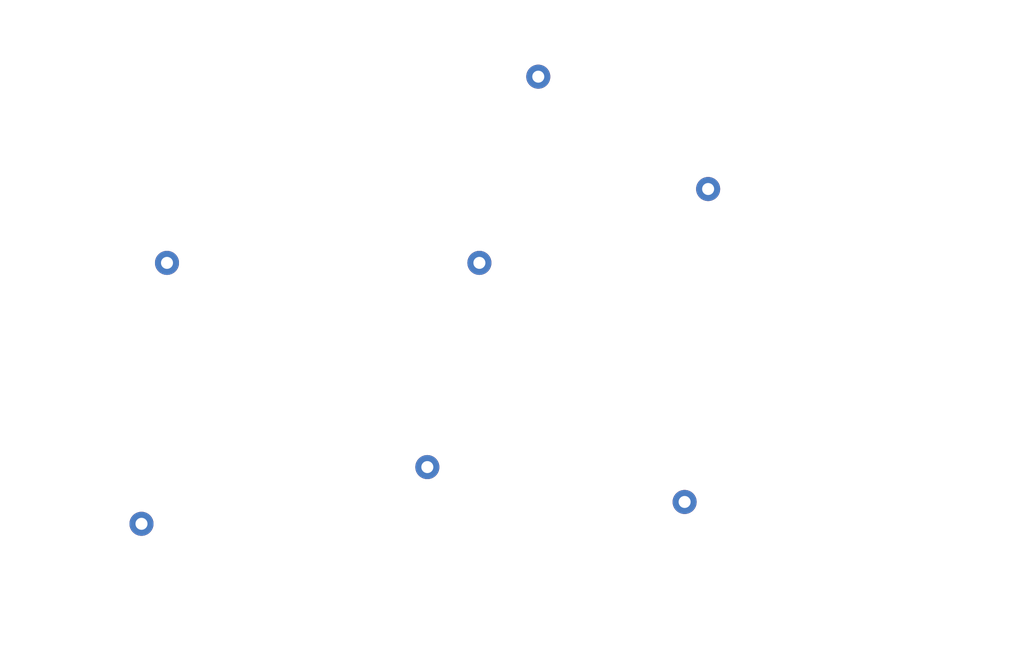
<source format=kicad_pcb>
(kicad_pcb (version 20171130) (host pcbnew "(5.1.2-1)-1")

  (general
    (thickness 1.6)
    (drawings 127)
    (tracks 0)
    (zones 0)
    (modules 49)
    (nets 1)
  )

  (page A4)
  (layers
    (0 F.Cu signal)
    (31 B.Cu signal)
    (32 B.Adhes user)
    (33 F.Adhes user)
    (34 B.Paste user)
    (35 F.Paste user)
    (36 B.SilkS user)
    (37 F.SilkS user)
    (38 B.Mask user)
    (39 F.Mask user)
    (40 Dwgs.User user)
    (41 Cmts.User user)
    (42 Eco1.User user)
    (43 Eco2.User user)
    (44 Edge.Cuts user)
    (45 Margin user)
    (46 B.CrtYd user)
    (47 F.CrtYd user)
    (48 B.Fab user)
    (49 F.Fab user)
  )

  (setup
    (last_trace_width 0.25)
    (user_trace_width 0.25)
    (user_trace_width 0.5)
    (trace_clearance 0.2)
    (zone_clearance 0.508)
    (zone_45_only no)
    (trace_min 0.2)
    (via_size 0.6)
    (via_drill 0.4)
    (via_min_size 0.4)
    (via_min_drill 0.3)
    (uvia_size 0.3)
    (uvia_drill 0.1)
    (uvias_allowed no)
    (uvia_min_size 0.2)
    (uvia_min_drill 0.1)
    (edge_width 0.05)
    (segment_width 0.2)
    (pcb_text_width 0.3)
    (pcb_text_size 1.5 1.5)
    (mod_edge_width 0.12)
    (mod_text_size 1 1)
    (mod_text_width 0.15)
    (pad_size 4.4 4.4)
    (pad_drill 2.2)
    (pad_to_mask_clearance 0.2)
    (aux_axis_origin 0 0)
    (grid_origin 88.268298 47.090493)
    (visible_elements FFFFFFFF)
    (pcbplotparams
      (layerselection 0x00400_7ffffffe)
      (usegerberextensions false)
      (usegerberattributes false)
      (usegerberadvancedattributes false)
      (creategerberjobfile false)
      (excludeedgelayer true)
      (linewidth 0.100000)
      (plotframeref false)
      (viasonmask false)
      (mode 1)
      (useauxorigin false)
      (hpglpennumber 1)
      (hpglpenspeed 20)
      (hpglpendiameter 15.000000)
      (psnegative false)
      (psa4output false)
      (plotreference true)
      (plotvalue true)
      (plotinvisibletext false)
      (padsonsilk false)
      (subtractmaskfromsilk false)
      (outputformat 3)
      (mirror false)
      (drillshape 0)
      (scaleselection 1)
      (outputdirectory "./"))
  )

  (net 0 "")

  (net_class Default "これはデフォルトのネット クラスです。"
    (clearance 0.2)
    (trace_width 0.25)
    (via_dia 0.6)
    (via_drill 0.4)
    (uvia_dia 0.3)
    (uvia_drill 0.1)
  )

  (net_class GND/VCC ""
    (clearance 0.2)
    (trace_width 0.5)
    (via_dia 0.6)
    (via_drill 0.4)
    (uvia_dia 0.3)
    (uvia_drill 0.1)
  )

  (module angelina72:M5_Hole_Plate_Left (layer F.Cu) (tedit 5D4B513B) (tstamp 5D4BD14A)
    (at 67.527567 143.719241 30)
    (fp_text reference REF** (at 0 0.5 30) (layer F.Fab)
      (effects (font (size 1 1) (thickness 0.15)))
    )
    (fp_text value M5_Hole_Plate_Left (at 0 -0.5 30) (layer F.Fab)
      (effects (font (size 1 1) (thickness 0.15)))
    )
    (fp_circle (center 0 0) (end 2.6 0) (layer Eco1.User) (width 0.12))
  )

  (module angelina72:M5_Hole_Plate_Right (layer F.Cu) (tedit 5D4B5146) (tstamp 5D4BD12D)
    (at 67.527567 143.719241 30)
    (fp_text reference REF** (at 0 0.5 30) (layer F.Fab)
      (effects (font (size 1 1) (thickness 0.15)))
    )
    (fp_text value M5_Hole_Plate_Right (at 0 -0.5 30) (layer F.Fab)
      (effects (font (size 1 1) (thickness 0.15)))
    )
    (fp_circle (center 0 0) (end 2.6 0) (layer Eco2.User) (width 0.12))
  )

  (module angelina72:M5_Hole_Plate_Right (layer F.Cu) (tedit 5D4B5146) (tstamp 5D4BBC26)
    (at 88.268298 32.565493)
    (fp_text reference REF** (at 0 0.5) (layer F.Fab)
      (effects (font (size 1 1) (thickness 0.15)))
    )
    (fp_text value M5_Hole_Plate_Right (at 0 -0.5) (layer F.Fab)
      (effects (font (size 1 1) (thickness 0.15)))
    )
    (fp_circle (center 0 0) (end 2.6 0) (layer Eco2.User) (width 0.12))
  )

  (module angelina72:M5_Hole_Plate_Left (layer F.Cu) (tedit 5D4B513B) (tstamp 5D4BBC09)
    (at 88.268298 32.565493)
    (fp_text reference REF** (at 0 0.5) (layer F.Fab)
      (effects (font (size 1 1) (thickness 0.15)))
    )
    (fp_text value M5_Hole_Plate_Left (at 0 -0.5) (layer F.Fab)
      (effects (font (size 1 1) (thickness 0.15)))
    )
    (fp_circle (center 0 0) (end 2.6 0) (layer Eco1.User) (width 0.12))
  )

  (module angelina72:M5_Hole_Plate_Left (layer F.Cu) (tedit 5D4B513B) (tstamp 5D4BB8D1)
    (at 218.34889 57.244226 350)
    (fp_text reference REF** (at 0 0.5 170) (layer F.Fab)
      (effects (font (size 1 1) (thickness 0.15)))
    )
    (fp_text value M5_Hole_Plate_Left (at 0 -0.5 170) (layer F.Fab)
      (effects (font (size 1 1) (thickness 0.15)))
    )
    (fp_circle (center 0 0) (end 2.6 0) (layer Eco1.User) (width 0.12))
  )

  (module angelina72:M5_Hole_Plate_Right (layer F.Cu) (tedit 5D4B5146) (tstamp 5D4BB629)
    (at 237.109477 60.552224 350)
    (fp_text reference REF** (at 0 0.5 170) (layer F.Fab)
      (effects (font (size 1 1) (thickness 0.15)))
    )
    (fp_text value M5_Hole_Plate_Right (at 0 -0.5 170) (layer F.Fab)
      (effects (font (size 1 1) (thickness 0.15)))
    )
    (fp_circle (center 0 0) (end 2.6 0) (layer Eco2.User) (width 0.12))
  )

  (module angelina72:Hole_MX_Plate_Both (layer F.Cu) (tedit 5D4B4BB2) (tstamp 5D4BB3B3)
    (at 172.051978 126.456339 350)
    (fp_text reference REF** (at 0 0.5 170) (layer F.Fab)
      (effects (font (size 1 1) (thickness 0.15)))
    )
    (fp_text value Hole_MX_Plate_Both (at 0 -0.5 170) (layer F.Fab)
      (effects (font (size 1 1) (thickness 0.15)))
    )
    (fp_line (start -7.14375 -7.14375) (end 7.14375 -7.14375) (layer Eco1.User) (width 0.12))
    (fp_line (start 7.14375 -7.14375) (end 7.14375 7.14375) (layer Eco1.User) (width 0.12))
    (fp_line (start 7.14375 7.14375) (end -7.14375 7.14375) (layer Eco1.User) (width 0.12))
    (fp_line (start -7.14375 7.14375) (end -7.14375 -7.14375) (layer Eco1.User) (width 0.12))
    (fp_line (start -7.14375 -7.14375) (end 7.14375 -7.14375) (layer Eco2.User) (width 0.12))
    (fp_line (start 7.14375 -7.14375) (end 7.14375 7.14375) (layer Eco2.User) (width 0.12))
    (fp_line (start 7.14375 7.14375) (end -7.14375 7.14375) (layer Eco2.User) (width 0.12))
    (fp_line (start -7.14375 7.14375) (end -7.14375 -7.14375) (layer Eco2.User) (width 0.12))
  )

  (module angelina72:Hole_MX_Plate_Both (layer F.Cu) (tedit 5D4B4BB2) (tstamp 5D4BB3A8)
    (at 190.812568 129.764336 350)
    (fp_text reference REF** (at 0 0.5 170) (layer F.Fab)
      (effects (font (size 1 1) (thickness 0.15)))
    )
    (fp_text value Hole_MX_Plate_Both (at 0 -0.5 170) (layer F.Fab)
      (effects (font (size 1 1) (thickness 0.15)))
    )
    (fp_line (start -7.14375 -7.14375) (end 7.14375 -7.14375) (layer Eco1.User) (width 0.12))
    (fp_line (start 7.14375 -7.14375) (end 7.14375 7.14375) (layer Eco1.User) (width 0.12))
    (fp_line (start 7.14375 7.14375) (end -7.14375 7.14375) (layer Eco1.User) (width 0.12))
    (fp_line (start -7.14375 7.14375) (end -7.14375 -7.14375) (layer Eco1.User) (width 0.12))
    (fp_line (start -7.14375 -7.14375) (end 7.14375 -7.14375) (layer Eco2.User) (width 0.12))
    (fp_line (start 7.14375 -7.14375) (end 7.14375 7.14375) (layer Eco2.User) (width 0.12))
    (fp_line (start 7.14375 7.14375) (end -7.14375 7.14375) (layer Eco2.User) (width 0.12))
    (fp_line (start -7.14375 7.14375) (end -7.14375 -7.14375) (layer Eco2.User) (width 0.12))
  )

  (module angelina72:Hole_MX_Plate_Right (layer F.Cu) (tedit 5D4B4C10) (tstamp 5D4BB2DA)
    (at 203.500858 112.657748 350)
    (fp_text reference REF** (at 0 0.5 170) (layer F.Fab)
      (effects (font (size 1 1) (thickness 0.15)))
    )
    (fp_text value Hole_MX_Plate_Right (at 0 -0.5 170) (layer F.Fab)
      (effects (font (size 1 1) (thickness 0.15)))
    )
    (fp_line (start -7.14375 -7.14375) (end 7.14375 -7.14375) (layer Eco2.User) (width 0.12))
    (fp_line (start 7.14375 -7.14375) (end 7.14375 7.14375) (layer Eco2.User) (width 0.12))
    (fp_line (start 7.14375 7.14375) (end -7.14375 7.14375) (layer Eco2.User) (width 0.12))
    (fp_line (start -7.14375 7.14375) (end -7.14375 -7.14375) (layer Eco2.User) (width 0.12))
  )

  (module angelina72:Hole_MX_Plate_Both (layer F.Cu) (tedit 5D4B4BB2) (tstamp 5D4BB2CF)
    (at 165.979682 106.041753 350)
    (fp_text reference REF** (at 0 0.5 170) (layer F.Fab)
      (effects (font (size 1 1) (thickness 0.15)))
    )
    (fp_text value Hole_MX_Plate_Both (at 0 -0.5 170) (layer F.Fab)
      (effects (font (size 1 1) (thickness 0.15)))
    )
    (fp_line (start -7.14375 -7.14375) (end 7.14375 -7.14375) (layer Eco1.User) (width 0.12))
    (fp_line (start 7.14375 -7.14375) (end 7.14375 7.14375) (layer Eco1.User) (width 0.12))
    (fp_line (start 7.14375 7.14375) (end -7.14375 7.14375) (layer Eco1.User) (width 0.12))
    (fp_line (start -7.14375 7.14375) (end -7.14375 -7.14375) (layer Eco1.User) (width 0.12))
    (fp_line (start -7.14375 -7.14375) (end 7.14375 -7.14375) (layer Eco2.User) (width 0.12))
    (fp_line (start 7.14375 -7.14375) (end 7.14375 7.14375) (layer Eco2.User) (width 0.12))
    (fp_line (start 7.14375 7.14375) (end -7.14375 7.14375) (layer Eco2.User) (width 0.12))
    (fp_line (start -7.14375 7.14375) (end -7.14375 -7.14375) (layer Eco2.User) (width 0.12))
  )

  (module angelina72:Hole_MX_Plate_Both (layer F.Cu) (tedit 5D4B4BB2) (tstamp 5D4BB2C4)
    (at 184.740272 109.34975 350)
    (fp_text reference REF** (at 0 0.5 170) (layer F.Fab)
      (effects (font (size 1 1) (thickness 0.15)))
    )
    (fp_text value Hole_MX_Plate_Both (at 0 -0.5 170) (layer F.Fab)
      (effects (font (size 1 1) (thickness 0.15)))
    )
    (fp_line (start -7.14375 -7.14375) (end 7.14375 -7.14375) (layer Eco1.User) (width 0.12))
    (fp_line (start 7.14375 -7.14375) (end 7.14375 7.14375) (layer Eco1.User) (width 0.12))
    (fp_line (start 7.14375 7.14375) (end -7.14375 7.14375) (layer Eco1.User) (width 0.12))
    (fp_line (start -7.14375 7.14375) (end -7.14375 -7.14375) (layer Eco1.User) (width 0.12))
    (fp_line (start -7.14375 -7.14375) (end 7.14375 -7.14375) (layer Eco2.User) (width 0.12))
    (fp_line (start 7.14375 -7.14375) (end 7.14375 7.14375) (layer Eco2.User) (width 0.12))
    (fp_line (start 7.14375 7.14375) (end -7.14375 7.14375) (layer Eco2.User) (width 0.12))
    (fp_line (start -7.14375 7.14375) (end -7.14375 -7.14375) (layer Eco2.User) (width 0.12))
  )

  (module angelina72:Hole_MX_Plate_Both (layer F.Cu) (tedit 5D4B4BB2) (tstamp 5D4BB29C)
    (at 194.614476 91.746961 350)
    (fp_text reference REF** (at 0 0.5 170) (layer F.Fab)
      (effects (font (size 1 1) (thickness 0.15)))
    )
    (fp_text value Hole_MX_Plate_Both (at 0 -0.5 170) (layer F.Fab)
      (effects (font (size 1 1) (thickness 0.15)))
    )
    (fp_line (start -7.14375 -7.14375) (end 7.14375 -7.14375) (layer Eco1.User) (width 0.12))
    (fp_line (start 7.14375 -7.14375) (end 7.14375 7.14375) (layer Eco1.User) (width 0.12))
    (fp_line (start 7.14375 7.14375) (end -7.14375 7.14375) (layer Eco1.User) (width 0.12))
    (fp_line (start -7.14375 7.14375) (end -7.14375 -7.14375) (layer Eco1.User) (width 0.12))
    (fp_line (start -7.14375 -7.14375) (end 7.14375 -7.14375) (layer Eco2.User) (width 0.12))
    (fp_line (start 7.14375 -7.14375) (end 7.14375 7.14375) (layer Eco2.User) (width 0.12))
    (fp_line (start 7.14375 7.14375) (end -7.14375 7.14375) (layer Eco2.User) (width 0.12))
    (fp_line (start -7.14375 7.14375) (end -7.14375 -7.14375) (layer Eco2.User) (width 0.12))
  )

  (module angelina72:Hole_MX_Plate_Right (layer F.Cu) (tedit 5D4B4C10) (tstamp 5D4BB295)
    (at 213.375061 95.05496 350)
    (fp_text reference REF** (at 0 0.5 170) (layer F.Fab)
      (effects (font (size 1 1) (thickness 0.15)))
    )
    (fp_text value Hole_MX_Plate_Right (at 0 -0.5 170) (layer F.Fab)
      (effects (font (size 1 1) (thickness 0.15)))
    )
    (fp_line (start -7.14375 -7.14375) (end 7.14375 -7.14375) (layer Eco2.User) (width 0.12))
    (fp_line (start 7.14375 -7.14375) (end 7.14375 7.14375) (layer Eco2.User) (width 0.12))
    (fp_line (start 7.14375 7.14375) (end -7.14375 7.14375) (layer Eco2.User) (width 0.12))
    (fp_line (start -7.14375 7.14375) (end -7.14375 -7.14375) (layer Eco2.User) (width 0.12))
  )

  (module angelina72:Hole_MX_Plate_Both (layer F.Cu) (tedit 5D4B4BB2) (tstamp 5D4BB28A)
    (at 175.853886 88.438964 350)
    (fp_text reference REF** (at 0 0.5 170) (layer F.Fab)
      (effects (font (size 1 1) (thickness 0.15)))
    )
    (fp_text value Hole_MX_Plate_Both (at 0 -0.5 170) (layer F.Fab)
      (effects (font (size 1 1) (thickness 0.15)))
    )
    (fp_line (start -7.14375 -7.14375) (end 7.14375 -7.14375) (layer Eco1.User) (width 0.12))
    (fp_line (start 7.14375 -7.14375) (end 7.14375 7.14375) (layer Eco1.User) (width 0.12))
    (fp_line (start 7.14375 7.14375) (end -7.14375 7.14375) (layer Eco1.User) (width 0.12))
    (fp_line (start -7.14375 7.14375) (end -7.14375 -7.14375) (layer Eco1.User) (width 0.12))
    (fp_line (start -7.14375 -7.14375) (end 7.14375 -7.14375) (layer Eco2.User) (width 0.12))
    (fp_line (start 7.14375 -7.14375) (end 7.14375 7.14375) (layer Eco2.User) (width 0.12))
    (fp_line (start 7.14375 7.14375) (end -7.14375 7.14375) (layer Eco2.User) (width 0.12))
    (fp_line (start -7.14375 7.14375) (end -7.14375 -7.14375) (layer Eco2.User) (width 0.12))
  )

  (module angelina72:Hole_MX_Plate_Both (layer F.Cu) (tedit 5D4B4BB2) (tstamp 5D4BB262)
    (at 176.347795 69.182177 350)
    (fp_text reference REF** (at 0 0.5 170) (layer F.Fab)
      (effects (font (size 1 1) (thickness 0.15)))
    )
    (fp_text value Hole_MX_Plate_Both (at 0 -0.5 170) (layer F.Fab)
      (effects (font (size 1 1) (thickness 0.15)))
    )
    (fp_line (start -7.14375 -7.14375) (end 7.14375 -7.14375) (layer Eco1.User) (width 0.12))
    (fp_line (start 7.14375 -7.14375) (end 7.14375 7.14375) (layer Eco1.User) (width 0.12))
    (fp_line (start 7.14375 7.14375) (end -7.14375 7.14375) (layer Eco1.User) (width 0.12))
    (fp_line (start -7.14375 7.14375) (end -7.14375 -7.14375) (layer Eco1.User) (width 0.12))
    (fp_line (start -7.14375 -7.14375) (end 7.14375 -7.14375) (layer Eco2.User) (width 0.12))
    (fp_line (start 7.14375 -7.14375) (end 7.14375 7.14375) (layer Eco2.User) (width 0.12))
    (fp_line (start 7.14375 7.14375) (end -7.14375 7.14375) (layer Eco2.User) (width 0.12))
    (fp_line (start -7.14375 7.14375) (end -7.14375 -7.14375) (layer Eco2.User) (width 0.12))
  )

  (module angelina72:Hole_MX_Plate_Right (layer F.Cu) (tedit 5D4B4C10) (tstamp 5D4BB25B)
    (at 213.868971 75.798172 350)
    (fp_text reference REF** (at 0 0.5 170) (layer F.Fab)
      (effects (font (size 1 1) (thickness 0.15)))
    )
    (fp_text value Hole_MX_Plate_Right (at 0 -0.5 170) (layer F.Fab)
      (effects (font (size 1 1) (thickness 0.15)))
    )
    (fp_line (start -7.14375 -7.14375) (end 7.14375 -7.14375) (layer Eco2.User) (width 0.12))
    (fp_line (start 7.14375 -7.14375) (end 7.14375 7.14375) (layer Eco2.User) (width 0.12))
    (fp_line (start 7.14375 7.14375) (end -7.14375 7.14375) (layer Eco2.User) (width 0.12))
    (fp_line (start -7.14375 7.14375) (end -7.14375 -7.14375) (layer Eco2.User) (width 0.12))
  )

  (module angelina72:Hole_MX_Plate_Both (layer F.Cu) (tedit 5D4B4BB2) (tstamp 5D4BB250)
    (at 195.108385 72.490174 350)
    (fp_text reference REF** (at 0 0.5 170) (layer F.Fab)
      (effects (font (size 1 1) (thickness 0.15)))
    )
    (fp_text value Hole_MX_Plate_Both (at 0 -0.5 170) (layer F.Fab)
      (effects (font (size 1 1) (thickness 0.15)))
    )
    (fp_line (start -7.14375 -7.14375) (end 7.14375 -7.14375) (layer Eco1.User) (width 0.12))
    (fp_line (start 7.14375 -7.14375) (end 7.14375 7.14375) (layer Eco1.User) (width 0.12))
    (fp_line (start 7.14375 7.14375) (end -7.14375 7.14375) (layer Eco1.User) (width 0.12))
    (fp_line (start -7.14375 7.14375) (end -7.14375 -7.14375) (layer Eco1.User) (width 0.12))
    (fp_line (start -7.14375 -7.14375) (end 7.14375 -7.14375) (layer Eco2.User) (width 0.12))
    (fp_line (start 7.14375 -7.14375) (end 7.14375 7.14375) (layer Eco2.User) (width 0.12))
    (fp_line (start 7.14375 7.14375) (end -7.14375 7.14375) (layer Eco2.User) (width 0.12))
    (fp_line (start -7.14375 7.14375) (end -7.14375 -7.14375) (layer Eco2.User) (width 0.12))
  )

  (module angelina72:Hole_MX_Plate_Right (layer F.Cu) (tedit 5D4B4C10) (tstamp 5D4BB213)
    (at 222.805145 58.029984 350)
    (fp_text reference REF** (at 0 0.5 170) (layer F.Fab)
      (effects (font (size 1 1) (thickness 0.15)))
    )
    (fp_text value Hole_MX_Plate_Right (at 0 -0.5 170) (layer F.Fab)
      (effects (font (size 1 1) (thickness 0.15)))
    )
    (fp_line (start -7.14375 -7.14375) (end 7.14375 -7.14375) (layer Eco2.User) (width 0.12))
    (fp_line (start 7.14375 -7.14375) (end 7.14375 7.14375) (layer Eco2.User) (width 0.12))
    (fp_line (start 7.14375 7.14375) (end -7.14375 7.14375) (layer Eco2.User) (width 0.12))
    (fp_line (start -7.14375 7.14375) (end -7.14375 -7.14375) (layer Eco2.User) (width 0.12))
  )

  (module angelina72:Hole_MX_Plate_Both (layer F.Cu) (tedit 5D4B4BB2) (tstamp 5D4BB190)
    (at 204.044559 54.721986 350)
    (fp_text reference REF** (at 0 0.5 170) (layer F.Fab)
      (effects (font (size 1 1) (thickness 0.15)))
    )
    (fp_text value Hole_MX_Plate_Both (at 0 -0.5 170) (layer F.Fab)
      (effects (font (size 1 1) (thickness 0.15)))
    )
    (fp_line (start -7.14375 -7.14375) (end 7.14375 -7.14375) (layer Eco1.User) (width 0.12))
    (fp_line (start 7.14375 -7.14375) (end 7.14375 7.14375) (layer Eco1.User) (width 0.12))
    (fp_line (start 7.14375 7.14375) (end -7.14375 7.14375) (layer Eco1.User) (width 0.12))
    (fp_line (start -7.14375 7.14375) (end -7.14375 -7.14375) (layer Eco1.User) (width 0.12))
    (fp_line (start -7.14375 -7.14375) (end 7.14375 -7.14375) (layer Eco2.User) (width 0.12))
    (fp_line (start 7.14375 -7.14375) (end 7.14375 7.14375) (layer Eco2.User) (width 0.12))
    (fp_line (start 7.14375 7.14375) (end -7.14375 7.14375) (layer Eco2.User) (width 0.12))
    (fp_line (start -7.14375 7.14375) (end -7.14375 -7.14375) (layer Eco2.User) (width 0.12))
  )

  (module angelina72:Hole_MX_Plate_Both (layer F.Cu) (tedit 5D4B4BB2) (tstamp 5D4BB17A)
    (at 185.283969 51.413988 350)
    (fp_text reference REF** (at 0 0.5 170) (layer F.Fab)
      (effects (font (size 1 1) (thickness 0.15)))
    )
    (fp_text value Hole_MX_Plate_Both (at 0 -0.5 170) (layer F.Fab)
      (effects (font (size 1 1) (thickness 0.15)))
    )
    (fp_line (start -7.14375 -7.14375) (end 7.14375 -7.14375) (layer Eco1.User) (width 0.12))
    (fp_line (start 7.14375 -7.14375) (end 7.14375 7.14375) (layer Eco1.User) (width 0.12))
    (fp_line (start 7.14375 7.14375) (end -7.14375 7.14375) (layer Eco1.User) (width 0.12))
    (fp_line (start -7.14375 7.14375) (end -7.14375 -7.14375) (layer Eco1.User) (width 0.12))
    (fp_line (start -7.14375 -7.14375) (end 7.14375 -7.14375) (layer Eco2.User) (width 0.12))
    (fp_line (start 7.14375 -7.14375) (end 7.14375 7.14375) (layer Eco2.User) (width 0.12))
    (fp_line (start 7.14375 7.14375) (end -7.14375 7.14375) (layer Eco2.User) (width 0.12))
    (fp_line (start -7.14375 7.14375) (end -7.14375 -7.14375) (layer Eco2.User) (width 0.12))
  )

  (module angelina72:Hole_MX_Plate_Both (layer F.Cu) (tedit 5D4B4BB2) (tstamp 5D4BB15A)
    (at 166.854184 46.229931 350)
    (fp_text reference REF** (at 0 0.5 170) (layer F.Fab)
      (effects (font (size 1 1) (thickness 0.15)))
    )
    (fp_text value Hole_MX_Plate_Both (at 0 -0.5 170) (layer F.Fab)
      (effects (font (size 1 1) (thickness 0.15)))
    )
    (fp_line (start -7.14375 -7.14375) (end 7.14375 -7.14375) (layer Eco1.User) (width 0.12))
    (fp_line (start 7.14375 -7.14375) (end 7.14375 7.14375) (layer Eco1.User) (width 0.12))
    (fp_line (start 7.14375 7.14375) (end -7.14375 7.14375) (layer Eco1.User) (width 0.12))
    (fp_line (start -7.14375 7.14375) (end -7.14375 -7.14375) (layer Eco1.User) (width 0.12))
    (fp_line (start -7.14375 -7.14375) (end 7.14375 -7.14375) (layer Eco2.User) (width 0.12))
    (fp_line (start 7.14375 -7.14375) (end 7.14375 7.14375) (layer Eco2.User) (width 0.12))
    (fp_line (start 7.14375 7.14375) (end -7.14375 7.14375) (layer Eco2.User) (width 0.12))
    (fp_line (start -7.14375 7.14375) (end -7.14375 -7.14375) (layer Eco2.User) (width 0.12))
  )

  (module angelina72:Hole_MX_Plate_Both (layer F.Cu) (tedit 5D4B4BB2) (tstamp 5D4BAF33)
    (at 96.604369 126.931742 30)
    (fp_text reference REF** (at 0 0.5 30) (layer F.Fab)
      (effects (font (size 1 1) (thickness 0.15)))
    )
    (fp_text value Hole_MX_Plate_Both (at 0 -0.5 30) (layer F.Fab)
      (effects (font (size 1 1) (thickness 0.15)))
    )
    (fp_line (start -7.14375 -7.14375) (end 7.14375 -7.14375) (layer Eco1.User) (width 0.12))
    (fp_line (start 7.14375 -7.14375) (end 7.14375 7.14375) (layer Eco1.User) (width 0.12))
    (fp_line (start 7.14375 7.14375) (end -7.14375 7.14375) (layer Eco1.User) (width 0.12))
    (fp_line (start -7.14375 7.14375) (end -7.14375 -7.14375) (layer Eco1.User) (width 0.12))
    (fp_line (start -7.14375 -7.14375) (end 7.14375 -7.14375) (layer Eco2.User) (width 0.12))
    (fp_line (start 7.14375 -7.14375) (end 7.14375 7.14375) (layer Eco2.User) (width 0.12))
    (fp_line (start 7.14375 7.14375) (end -7.14375 7.14375) (layer Eco2.User) (width 0.12))
    (fp_line (start -7.14375 7.14375) (end -7.14375 -7.14375) (layer Eco2.User) (width 0.12))
  )

  (module angelina72:Hole_MX_Plate_Both (layer F.Cu) (tedit 5D4B4BB2) (tstamp 5D4BAF1D)
    (at 80.106585 136.456742 30)
    (fp_text reference REF** (at 0 0.5 30) (layer F.Fab)
      (effects (font (size 1 1) (thickness 0.15)))
    )
    (fp_text value Hole_MX_Plate_Both (at 0 -0.5 30) (layer F.Fab)
      (effects (font (size 1 1) (thickness 0.15)))
    )
    (fp_line (start -7.14375 -7.14375) (end 7.14375 -7.14375) (layer Eco1.User) (width 0.12))
    (fp_line (start 7.14375 -7.14375) (end 7.14375 7.14375) (layer Eco1.User) (width 0.12))
    (fp_line (start 7.14375 7.14375) (end -7.14375 7.14375) (layer Eco1.User) (width 0.12))
    (fp_line (start -7.14375 7.14375) (end -7.14375 -7.14375) (layer Eco1.User) (width 0.12))
    (fp_line (start -7.14375 -7.14375) (end 7.14375 -7.14375) (layer Eco2.User) (width 0.12))
    (fp_line (start 7.14375 -7.14375) (end 7.14375 7.14375) (layer Eco2.User) (width 0.12))
    (fp_line (start 7.14375 7.14375) (end -7.14375 7.14375) (layer Eco2.User) (width 0.12))
    (fp_line (start -7.14375 7.14375) (end -7.14375 -7.14375) (layer Eco2.User) (width 0.12))
  )

  (module angelina72:Hole_MX_Plate_Both (layer F.Cu) (tedit 5D4B4BB2) (tstamp 5D4BAEFD)
    (at 70.581586 119.958957 30)
    (fp_text reference REF** (at 0 0.5 30) (layer F.Fab)
      (effects (font (size 1 1) (thickness 0.15)))
    )
    (fp_text value Hole_MX_Plate_Both (at 0 -0.5 30) (layer F.Fab)
      (effects (font (size 1 1) (thickness 0.15)))
    )
    (fp_line (start -7.14375 -7.14375) (end 7.14375 -7.14375) (layer Eco1.User) (width 0.12))
    (fp_line (start 7.14375 -7.14375) (end 7.14375 7.14375) (layer Eco1.User) (width 0.12))
    (fp_line (start 7.14375 7.14375) (end -7.14375 7.14375) (layer Eco1.User) (width 0.12))
    (fp_line (start -7.14375 7.14375) (end -7.14375 -7.14375) (layer Eco1.User) (width 0.12))
    (fp_line (start -7.14375 -7.14375) (end 7.14375 -7.14375) (layer Eco2.User) (width 0.12))
    (fp_line (start 7.14375 -7.14375) (end 7.14375 7.14375) (layer Eco2.User) (width 0.12))
    (fp_line (start 7.14375 7.14375) (end -7.14375 7.14375) (layer Eco2.User) (width 0.12))
    (fp_line (start -7.14375 7.14375) (end -7.14375 -7.14375) (layer Eco2.User) (width 0.12))
  )

  (module angelina72:Hole_MX_Plate_Both (layer F.Cu) (tedit 5D4B4BB2) (tstamp 5D4B9E2C)
    (at 140.655799 123.290493)
    (fp_text reference REF** (at 0 0.5) (layer F.Fab)
      (effects (font (size 1 1) (thickness 0.15)))
    )
    (fp_text value Hole_MX_Plate_Both (at 0 -0.5) (layer F.Fab)
      (effects (font (size 1 1) (thickness 0.15)))
    )
    (fp_line (start -7.14375 -7.14375) (end 7.14375 -7.14375) (layer Eco1.User) (width 0.12))
    (fp_line (start 7.14375 -7.14375) (end 7.14375 7.14375) (layer Eco1.User) (width 0.12))
    (fp_line (start 7.14375 7.14375) (end -7.14375 7.14375) (layer Eco1.User) (width 0.12))
    (fp_line (start -7.14375 7.14375) (end -7.14375 -7.14375) (layer Eco1.User) (width 0.12))
    (fp_line (start -7.14375 -7.14375) (end 7.14375 -7.14375) (layer Eco2.User) (width 0.12))
    (fp_line (start 7.14375 -7.14375) (end 7.14375 7.14375) (layer Eco2.User) (width 0.12))
    (fp_line (start 7.14375 7.14375) (end -7.14375 7.14375) (layer Eco2.User) (width 0.12))
    (fp_line (start -7.14375 7.14375) (end -7.14375 -7.14375) (layer Eco2.User) (width 0.12))
  )

  (module angelina72:Hole_MX_Plate_Both (layer F.Cu) (tedit 5D4B4BB2) (tstamp 5D4B9E21)
    (at 121.605799 123.290493)
    (fp_text reference REF** (at 0 0.5) (layer F.Fab)
      (effects (font (size 1 1) (thickness 0.15)))
    )
    (fp_text value Hole_MX_Plate_Both (at 0 -0.5) (layer F.Fab)
      (effects (font (size 1 1) (thickness 0.15)))
    )
    (fp_line (start -7.14375 -7.14375) (end 7.14375 -7.14375) (layer Eco1.User) (width 0.12))
    (fp_line (start 7.14375 -7.14375) (end 7.14375 7.14375) (layer Eco1.User) (width 0.12))
    (fp_line (start 7.14375 7.14375) (end -7.14375 7.14375) (layer Eco1.User) (width 0.12))
    (fp_line (start -7.14375 7.14375) (end -7.14375 -7.14375) (layer Eco1.User) (width 0.12))
    (fp_line (start -7.14375 -7.14375) (end 7.14375 -7.14375) (layer Eco2.User) (width 0.12))
    (fp_line (start 7.14375 -7.14375) (end 7.14375 7.14375) (layer Eco2.User) (width 0.12))
    (fp_line (start 7.14375 7.14375) (end -7.14375 7.14375) (layer Eco2.User) (width 0.12))
    (fp_line (start -7.14375 7.14375) (end -7.14375 -7.14375) (layer Eco2.User) (width 0.12))
  )

  (module angelina72:Hole_MX_Plate_Both (layer F.Cu) (tedit 5D4B4BB2) (tstamp 5D4B9DD2)
    (at 145.418299 104.240493)
    (fp_text reference REF** (at 0 0.5) (layer F.Fab)
      (effects (font (size 1 1) (thickness 0.15)))
    )
    (fp_text value Hole_MX_Plate_Both (at 0 -0.5) (layer F.Fab)
      (effects (font (size 1 1) (thickness 0.15)))
    )
    (fp_line (start -7.14375 -7.14375) (end 7.14375 -7.14375) (layer Eco1.User) (width 0.12))
    (fp_line (start 7.14375 -7.14375) (end 7.14375 7.14375) (layer Eco1.User) (width 0.12))
    (fp_line (start 7.14375 7.14375) (end -7.14375 7.14375) (layer Eco1.User) (width 0.12))
    (fp_line (start -7.14375 7.14375) (end -7.14375 -7.14375) (layer Eco1.User) (width 0.12))
    (fp_line (start -7.14375 -7.14375) (end 7.14375 -7.14375) (layer Eco2.User) (width 0.12))
    (fp_line (start 7.14375 -7.14375) (end 7.14375 7.14375) (layer Eco2.User) (width 0.12))
    (fp_line (start 7.14375 7.14375) (end -7.14375 7.14375) (layer Eco2.User) (width 0.12))
    (fp_line (start -7.14375 7.14375) (end -7.14375 -7.14375) (layer Eco2.User) (width 0.12))
  )

  (module angelina72:Hole_MX_Plate_Both (layer F.Cu) (tedit 5D4B4BB2) (tstamp 5D4B9DC7)
    (at 107.3183 104.240492)
    (fp_text reference REF** (at 0 0.5) (layer F.Fab)
      (effects (font (size 1 1) (thickness 0.15)))
    )
    (fp_text value Hole_MX_Plate_Both (at 0 -0.5) (layer F.Fab)
      (effects (font (size 1 1) (thickness 0.15)))
    )
    (fp_line (start -7.14375 -7.14375) (end 7.14375 -7.14375) (layer Eco1.User) (width 0.12))
    (fp_line (start 7.14375 -7.14375) (end 7.14375 7.14375) (layer Eco1.User) (width 0.12))
    (fp_line (start 7.14375 7.14375) (end -7.14375 7.14375) (layer Eco1.User) (width 0.12))
    (fp_line (start -7.14375 7.14375) (end -7.14375 -7.14375) (layer Eco1.User) (width 0.12))
    (fp_line (start -7.14375 -7.14375) (end 7.14375 -7.14375) (layer Eco2.User) (width 0.12))
    (fp_line (start 7.14375 -7.14375) (end 7.14375 7.14375) (layer Eco2.User) (width 0.12))
    (fp_line (start 7.14375 7.14375) (end -7.14375 7.14375) (layer Eco2.User) (width 0.12))
    (fp_line (start -7.14375 7.14375) (end -7.14375 -7.14375) (layer Eco2.User) (width 0.12))
  )

  (module angelina72:Hole_MX_Plate_Both (layer F.Cu) (tedit 5D4B4BB2) (tstamp 5D4B9DBC)
    (at 126.368299 104.240493)
    (fp_text reference REF** (at 0 0.5) (layer F.Fab)
      (effects (font (size 1 1) (thickness 0.15)))
    )
    (fp_text value Hole_MX_Plate_Both (at 0 -0.5) (layer F.Fab)
      (effects (font (size 1 1) (thickness 0.15)))
    )
    (fp_line (start -7.14375 -7.14375) (end 7.14375 -7.14375) (layer Eco1.User) (width 0.12))
    (fp_line (start 7.14375 -7.14375) (end 7.14375 7.14375) (layer Eco1.User) (width 0.12))
    (fp_line (start 7.14375 7.14375) (end -7.14375 7.14375) (layer Eco1.User) (width 0.12))
    (fp_line (start -7.14375 7.14375) (end -7.14375 -7.14375) (layer Eco1.User) (width 0.12))
    (fp_line (start -7.14375 -7.14375) (end 7.14375 -7.14375) (layer Eco2.User) (width 0.12))
    (fp_line (start 7.14375 -7.14375) (end 7.14375 7.14375) (layer Eco2.User) (width 0.12))
    (fp_line (start 7.14375 7.14375) (end -7.14375 7.14375) (layer Eco2.User) (width 0.12))
    (fp_line (start -7.14375 7.14375) (end -7.14375 -7.14375) (layer Eco2.User) (width 0.12))
  )

  (module angelina72:Hole_MX_Plate_Both (layer F.Cu) (tedit 5D4B4BB2) (tstamp 5D4B9DA2)
    (at 88.268299 104.240492)
    (fp_text reference REF** (at 0 0.5) (layer F.Fab)
      (effects (font (size 1 1) (thickness 0.15)))
    )
    (fp_text value Hole_MX_Plate_Both (at 0 -0.5) (layer F.Fab)
      (effects (font (size 1 1) (thickness 0.15)))
    )
    (fp_line (start -7.14375 -7.14375) (end 7.14375 -7.14375) (layer Eco1.User) (width 0.12))
    (fp_line (start 7.14375 -7.14375) (end 7.14375 7.14375) (layer Eco1.User) (width 0.12))
    (fp_line (start 7.14375 7.14375) (end -7.14375 7.14375) (layer Eco1.User) (width 0.12))
    (fp_line (start -7.14375 7.14375) (end -7.14375 -7.14375) (layer Eco1.User) (width 0.12))
    (fp_line (start -7.14375 -7.14375) (end 7.14375 -7.14375) (layer Eco2.User) (width 0.12))
    (fp_line (start 7.14375 -7.14375) (end 7.14375 7.14375) (layer Eco2.User) (width 0.12))
    (fp_line (start 7.14375 7.14375) (end -7.14375 7.14375) (layer Eco2.User) (width 0.12))
    (fp_line (start -7.14375 7.14375) (end -7.14375 -7.14375) (layer Eco2.User) (width 0.12))
  )

  (module angelina72:Hole_MX_Plate_Both (layer F.Cu) (tedit 5D4B4BB2) (tstamp 5D4B9D5B)
    (at 135.893299 85.190493)
    (fp_text reference REF** (at 0 0.5) (layer F.Fab)
      (effects (font (size 1 1) (thickness 0.15)))
    )
    (fp_text value Hole_MX_Plate_Both (at 0 -0.5) (layer F.Fab)
      (effects (font (size 1 1) (thickness 0.15)))
    )
    (fp_line (start -7.14375 -7.14375) (end 7.14375 -7.14375) (layer Eco1.User) (width 0.12))
    (fp_line (start 7.14375 -7.14375) (end 7.14375 7.14375) (layer Eco1.User) (width 0.12))
    (fp_line (start 7.14375 7.14375) (end -7.14375 7.14375) (layer Eco1.User) (width 0.12))
    (fp_line (start -7.14375 7.14375) (end -7.14375 -7.14375) (layer Eco1.User) (width 0.12))
    (fp_line (start -7.14375 -7.14375) (end 7.14375 -7.14375) (layer Eco2.User) (width 0.12))
    (fp_line (start 7.14375 -7.14375) (end 7.14375 7.14375) (layer Eco2.User) (width 0.12))
    (fp_line (start 7.14375 7.14375) (end -7.14375 7.14375) (layer Eco2.User) (width 0.12))
    (fp_line (start -7.14375 7.14375) (end -7.14375 -7.14375) (layer Eco2.User) (width 0.12))
  )

  (module angelina72:Hole_MX_Plate_Both (layer F.Cu) (tedit 5D4B4BB2) (tstamp 5D4B9D40)
    (at 97.793299 85.190494)
    (fp_text reference REF** (at 0 0.5) (layer F.Fab)
      (effects (font (size 1 1) (thickness 0.15)))
    )
    (fp_text value Hole_MX_Plate_Both (at 0 -0.5) (layer F.Fab)
      (effects (font (size 1 1) (thickness 0.15)))
    )
    (fp_line (start -7.14375 -7.14375) (end 7.14375 -7.14375) (layer Eco1.User) (width 0.12))
    (fp_line (start 7.14375 -7.14375) (end 7.14375 7.14375) (layer Eco1.User) (width 0.12))
    (fp_line (start 7.14375 7.14375) (end -7.14375 7.14375) (layer Eco1.User) (width 0.12))
    (fp_line (start -7.14375 7.14375) (end -7.14375 -7.14375) (layer Eco1.User) (width 0.12))
    (fp_line (start -7.14375 -7.14375) (end 7.14375 -7.14375) (layer Eco2.User) (width 0.12))
    (fp_line (start 7.14375 -7.14375) (end 7.14375 7.14375) (layer Eco2.User) (width 0.12))
    (fp_line (start 7.14375 7.14375) (end -7.14375 7.14375) (layer Eco2.User) (width 0.12))
    (fp_line (start -7.14375 7.14375) (end -7.14375 -7.14375) (layer Eco2.User) (width 0.12))
  )

  (module angelina72:Hole_MX_Plate_Both (layer F.Cu) (tedit 5D4B4BB2) (tstamp 5D4B9D35)
    (at 154.943299 85.190494)
    (fp_text reference REF** (at 0 0.5) (layer F.Fab)
      (effects (font (size 1 1) (thickness 0.15)))
    )
    (fp_text value Hole_MX_Plate_Both (at 0 -0.5) (layer F.Fab)
      (effects (font (size 1 1) (thickness 0.15)))
    )
    (fp_line (start -7.14375 -7.14375) (end 7.14375 -7.14375) (layer Eco1.User) (width 0.12))
    (fp_line (start 7.14375 -7.14375) (end 7.14375 7.14375) (layer Eco1.User) (width 0.12))
    (fp_line (start 7.14375 7.14375) (end -7.14375 7.14375) (layer Eco1.User) (width 0.12))
    (fp_line (start -7.14375 7.14375) (end -7.14375 -7.14375) (layer Eco1.User) (width 0.12))
    (fp_line (start -7.14375 -7.14375) (end 7.14375 -7.14375) (layer Eco2.User) (width 0.12))
    (fp_line (start 7.14375 -7.14375) (end 7.14375 7.14375) (layer Eco2.User) (width 0.12))
    (fp_line (start 7.14375 7.14375) (end -7.14375 7.14375) (layer Eco2.User) (width 0.12))
    (fp_line (start -7.14375 7.14375) (end -7.14375 -7.14375) (layer Eco2.User) (width 0.12))
  )

  (module angelina72:Hole_MX_Plate_Both (layer F.Cu) (tedit 5D4B4BB2) (tstamp 5D4B9D2A)
    (at 116.843299 85.190494)
    (fp_text reference REF** (at 0 0.5) (layer F.Fab)
      (effects (font (size 1 1) (thickness 0.15)))
    )
    (fp_text value Hole_MX_Plate_Both (at 0 -0.5) (layer F.Fab)
      (effects (font (size 1 1) (thickness 0.15)))
    )
    (fp_line (start -7.14375 -7.14375) (end 7.14375 -7.14375) (layer Eco1.User) (width 0.12))
    (fp_line (start 7.14375 -7.14375) (end 7.14375 7.14375) (layer Eco1.User) (width 0.12))
    (fp_line (start 7.14375 7.14375) (end -7.14375 7.14375) (layer Eco1.User) (width 0.12))
    (fp_line (start -7.14375 7.14375) (end -7.14375 -7.14375) (layer Eco1.User) (width 0.12))
    (fp_line (start -7.14375 -7.14375) (end 7.14375 -7.14375) (layer Eco2.User) (width 0.12))
    (fp_line (start 7.14375 -7.14375) (end 7.14375 7.14375) (layer Eco2.User) (width 0.12))
    (fp_line (start 7.14375 7.14375) (end -7.14375 7.14375) (layer Eco2.User) (width 0.12))
    (fp_line (start -7.14375 7.14375) (end -7.14375 -7.14375) (layer Eco2.User) (width 0.12))
  )

  (module angelina72:Hole_MX_Plate_Both (layer F.Cu) (tedit 5D4B4BB2) (tstamp 5D4B9CE3)
    (at 135.893299 66.140494)
    (fp_text reference REF** (at 0 0.5) (layer F.Fab)
      (effects (font (size 1 1) (thickness 0.15)))
    )
    (fp_text value Hole_MX_Plate_Both (at 0 -0.5) (layer F.Fab)
      (effects (font (size 1 1) (thickness 0.15)))
    )
    (fp_line (start -7.14375 -7.14375) (end 7.14375 -7.14375) (layer Eco1.User) (width 0.12))
    (fp_line (start 7.14375 -7.14375) (end 7.14375 7.14375) (layer Eco1.User) (width 0.12))
    (fp_line (start 7.14375 7.14375) (end -7.14375 7.14375) (layer Eco1.User) (width 0.12))
    (fp_line (start -7.14375 7.14375) (end -7.14375 -7.14375) (layer Eco1.User) (width 0.12))
    (fp_line (start -7.14375 -7.14375) (end 7.14375 -7.14375) (layer Eco2.User) (width 0.12))
    (fp_line (start 7.14375 -7.14375) (end 7.14375 7.14375) (layer Eco2.User) (width 0.12))
    (fp_line (start 7.14375 7.14375) (end -7.14375 7.14375) (layer Eco2.User) (width 0.12))
    (fp_line (start -7.14375 7.14375) (end -7.14375 -7.14375) (layer Eco2.User) (width 0.12))
  )

  (module angelina72:Hole_MX_Plate_Both (layer F.Cu) (tedit 5D4B4BB2) (tstamp 5D4B9CC8)
    (at 97.793299 66.140494)
    (fp_text reference REF** (at 0 0.5) (layer F.Fab)
      (effects (font (size 1 1) (thickness 0.15)))
    )
    (fp_text value Hole_MX_Plate_Both (at 0 -0.5) (layer F.Fab)
      (effects (font (size 1 1) (thickness 0.15)))
    )
    (fp_line (start -7.14375 -7.14375) (end 7.14375 -7.14375) (layer Eco1.User) (width 0.12))
    (fp_line (start 7.14375 -7.14375) (end 7.14375 7.14375) (layer Eco1.User) (width 0.12))
    (fp_line (start 7.14375 7.14375) (end -7.14375 7.14375) (layer Eco1.User) (width 0.12))
    (fp_line (start -7.14375 7.14375) (end -7.14375 -7.14375) (layer Eco1.User) (width 0.12))
    (fp_line (start -7.14375 -7.14375) (end 7.14375 -7.14375) (layer Eco2.User) (width 0.12))
    (fp_line (start 7.14375 -7.14375) (end 7.14375 7.14375) (layer Eco2.User) (width 0.12))
    (fp_line (start 7.14375 7.14375) (end -7.14375 7.14375) (layer Eco2.User) (width 0.12))
    (fp_line (start -7.14375 7.14375) (end -7.14375 -7.14375) (layer Eco2.User) (width 0.12))
  )

  (module angelina72:Hole_MX_Plate_Both (layer F.Cu) (tedit 5D4B4BB2) (tstamp 5D4B9CBD)
    (at 154.943299 66.140494)
    (fp_text reference REF** (at 0 0.5) (layer F.Fab)
      (effects (font (size 1 1) (thickness 0.15)))
    )
    (fp_text value Hole_MX_Plate_Both (at 0 -0.5) (layer F.Fab)
      (effects (font (size 1 1) (thickness 0.15)))
    )
    (fp_line (start -7.14375 -7.14375) (end 7.14375 -7.14375) (layer Eco1.User) (width 0.12))
    (fp_line (start 7.14375 -7.14375) (end 7.14375 7.14375) (layer Eco1.User) (width 0.12))
    (fp_line (start 7.14375 7.14375) (end -7.14375 7.14375) (layer Eco1.User) (width 0.12))
    (fp_line (start -7.14375 7.14375) (end -7.14375 -7.14375) (layer Eco1.User) (width 0.12))
    (fp_line (start -7.14375 -7.14375) (end 7.14375 -7.14375) (layer Eco2.User) (width 0.12))
    (fp_line (start 7.14375 -7.14375) (end 7.14375 7.14375) (layer Eco2.User) (width 0.12))
    (fp_line (start 7.14375 7.14375) (end -7.14375 7.14375) (layer Eco2.User) (width 0.12))
    (fp_line (start -7.14375 7.14375) (end -7.14375 -7.14375) (layer Eco2.User) (width 0.12))
  )

  (module angelina72:Hole_MX_Plate_Both (layer F.Cu) (tedit 5D4B4BB2) (tstamp 5D4B9CB2)
    (at 116.843299 66.140493)
    (fp_text reference REF** (at 0 0.5) (layer F.Fab)
      (effects (font (size 1 1) (thickness 0.15)))
    )
    (fp_text value Hole_MX_Plate_Both (at 0 -0.5) (layer F.Fab)
      (effects (font (size 1 1) (thickness 0.15)))
    )
    (fp_line (start -7.14375 -7.14375) (end 7.14375 -7.14375) (layer Eco1.User) (width 0.12))
    (fp_line (start 7.14375 -7.14375) (end 7.14375 7.14375) (layer Eco1.User) (width 0.12))
    (fp_line (start 7.14375 7.14375) (end -7.14375 7.14375) (layer Eco1.User) (width 0.12))
    (fp_line (start -7.14375 7.14375) (end -7.14375 -7.14375) (layer Eco1.User) (width 0.12))
    (fp_line (start -7.14375 -7.14375) (end 7.14375 -7.14375) (layer Eco2.User) (width 0.12))
    (fp_line (start 7.14375 -7.14375) (end 7.14375 7.14375) (layer Eco2.User) (width 0.12))
    (fp_line (start 7.14375 7.14375) (end -7.14375 7.14375) (layer Eco2.User) (width 0.12))
    (fp_line (start -7.14375 7.14375) (end -7.14375 -7.14375) (layer Eco2.User) (width 0.12))
  )

  (module angelina72:Hole_MX_Plate_Both (layer F.Cu) (tedit 5D4B4BB2) (tstamp 5D4B9C09)
    (at 145.418299 47.090494)
    (fp_text reference REF** (at 0 0.5) (layer F.Fab)
      (effects (font (size 1 1) (thickness 0.15)))
    )
    (fp_text value Hole_MX_Plate_Both (at 0 -0.5) (layer F.Fab)
      (effects (font (size 1 1) (thickness 0.15)))
    )
    (fp_line (start -7.14375 -7.14375) (end 7.14375 -7.14375) (layer Eco1.User) (width 0.12))
    (fp_line (start 7.14375 -7.14375) (end 7.14375 7.14375) (layer Eco1.User) (width 0.12))
    (fp_line (start 7.14375 7.14375) (end -7.14375 7.14375) (layer Eco1.User) (width 0.12))
    (fp_line (start -7.14375 7.14375) (end -7.14375 -7.14375) (layer Eco1.User) (width 0.12))
    (fp_line (start -7.14375 -7.14375) (end 7.14375 -7.14375) (layer Eco2.User) (width 0.12))
    (fp_line (start 7.14375 -7.14375) (end 7.14375 7.14375) (layer Eco2.User) (width 0.12))
    (fp_line (start 7.14375 7.14375) (end -7.14375 7.14375) (layer Eco2.User) (width 0.12))
    (fp_line (start -7.14375 7.14375) (end -7.14375 -7.14375) (layer Eco2.User) (width 0.12))
  )

  (module angelina72:Hole_MX_Plate_Both (layer F.Cu) (tedit 5D4B4BB2) (tstamp 5D4B9BF3)
    (at 126.368299 47.090494)
    (fp_text reference REF** (at 0 0.5) (layer F.Fab)
      (effects (font (size 1 1) (thickness 0.15)))
    )
    (fp_text value Hole_MX_Plate_Both (at 0 -0.5) (layer F.Fab)
      (effects (font (size 1 1) (thickness 0.15)))
    )
    (fp_line (start -7.14375 -7.14375) (end 7.14375 -7.14375) (layer Eco1.User) (width 0.12))
    (fp_line (start 7.14375 -7.14375) (end 7.14375 7.14375) (layer Eco1.User) (width 0.12))
    (fp_line (start 7.14375 7.14375) (end -7.14375 7.14375) (layer Eco1.User) (width 0.12))
    (fp_line (start -7.14375 7.14375) (end -7.14375 -7.14375) (layer Eco1.User) (width 0.12))
    (fp_line (start -7.14375 -7.14375) (end 7.14375 -7.14375) (layer Eco2.User) (width 0.12))
    (fp_line (start 7.14375 -7.14375) (end 7.14375 7.14375) (layer Eco2.User) (width 0.12))
    (fp_line (start 7.14375 7.14375) (end -7.14375 7.14375) (layer Eco2.User) (width 0.12))
    (fp_line (start -7.14375 7.14375) (end -7.14375 -7.14375) (layer Eco2.User) (width 0.12))
  )

  (module angelina72:Hole_MX_Plate_Both (layer F.Cu) (tedit 5D4B4BB2) (tstamp 5D4B9BBA)
    (at 107.318299 47.090494)
    (fp_text reference REF** (at 0 0.5) (layer F.Fab)
      (effects (font (size 1 1) (thickness 0.15)))
    )
    (fp_text value Hole_MX_Plate_Both (at 0 -0.5) (layer F.Fab)
      (effects (font (size 1 1) (thickness 0.15)))
    )
    (fp_line (start -7.14375 -7.14375) (end 7.14375 -7.14375) (layer Eco1.User) (width 0.12))
    (fp_line (start 7.14375 -7.14375) (end 7.14375 7.14375) (layer Eco1.User) (width 0.12))
    (fp_line (start 7.14375 7.14375) (end -7.14375 7.14375) (layer Eco1.User) (width 0.12))
    (fp_line (start -7.14375 7.14375) (end -7.14375 -7.14375) (layer Eco1.User) (width 0.12))
    (fp_line (start -7.14375 -7.14375) (end 7.14375 -7.14375) (layer Eco2.User) (width 0.12))
    (fp_line (start 7.14375 -7.14375) (end 7.14375 7.14375) (layer Eco2.User) (width 0.12))
    (fp_line (start 7.14375 7.14375) (end -7.14375 7.14375) (layer Eco2.User) (width 0.12))
    (fp_line (start -7.14375 7.14375) (end -7.14375 -7.14375) (layer Eco2.User) (width 0.12))
  )

  (module angelina72:Hole_MX_Plate_Both (layer F.Cu) (tedit 5D4B4BB2) (tstamp 5D4B9B68)
    (at 88.268298 47.090493)
    (fp_text reference REF** (at 0 0.5) (layer F.Fab)
      (effects (font (size 1 1) (thickness 0.15)))
    )
    (fp_text value Hole_MX_Plate_Both (at 0 -0.5) (layer F.Fab)
      (effects (font (size 1 1) (thickness 0.15)))
    )
    (fp_line (start -7.14375 -7.14375) (end 7.14375 -7.14375) (layer Eco1.User) (width 0.12))
    (fp_line (start 7.14375 -7.14375) (end 7.14375 7.14375) (layer Eco1.User) (width 0.12))
    (fp_line (start 7.14375 7.14375) (end -7.14375 7.14375) (layer Eco1.User) (width 0.12))
    (fp_line (start -7.14375 7.14375) (end -7.14375 -7.14375) (layer Eco1.User) (width 0.12))
    (fp_line (start -7.14375 -7.14375) (end 7.14375 -7.14375) (layer Eco2.User) (width 0.12))
    (fp_line (start 7.14375 -7.14375) (end 7.14375 7.14375) (layer Eco2.User) (width 0.12))
    (fp_line (start 7.14375 7.14375) (end -7.14375 7.14375) (layer Eco2.User) (width 0.12))
    (fp_line (start -7.14375 7.14375) (end -7.14375 -7.14375) (layer Eco2.User) (width 0.12))
  )

  (module angelina72:M2_Hole (layer F.Cu) (tedit 5D46CFB9) (tstamp 5D420589)
    (at 88.268301 75.665493)
    (descr "Mounting Hole 2.2mm, M2")
    (tags "mounting hole 2.2mm m2")
    (attr virtual)
    (fp_text reference REF** (at 0 0) (layer F.Fab) hide
      (effects (font (size 1 1) (thickness 0.15)))
    )
    (fp_text value M2_Hole (at 0 3.2) (layer F.Fab) hide
      (effects (font (size 1 1) (thickness 0.15)))
    )
    (fp_text user %R (at 0 0) (layer F.Fab)
      (effects (font (size 1 1) (thickness 0.15)))
    )
    (fp_circle (center 0 0) (end 2.2 0) (layer Cmts.User) (width 0.15))
    (fp_circle (center 0 0) (end 2.45 0) (layer F.CrtYd) (width 0.05))
    (fp_circle (center 0 0) (end 1.1 0) (layer Eco2.User) (width 0.001))
    (fp_circle (center 0 0) (end 1.1 0) (layer Eco1.User) (width 0.001))
    (pad "" thru_hole circle (at 0 0) (size 4.4 4.4) (drill 2.2) (layers *.Cu *.Mask))
  )

  (module angelina72:M2_Hole (layer F.Cu) (tedit 5D46CFB9) (tstamp 5D4205D7)
    (at 187.260507 62.143962)
    (descr "Mounting Hole 2.2mm, M2")
    (tags "mounting hole 2.2mm m2")
    (attr virtual)
    (fp_text reference REF** (at 0 0) (layer F.Fab) hide
      (effects (font (size 1 1) (thickness 0.15)))
    )
    (fp_text value M2_Hole (at 0 3.2) (layer F.Fab) hide
      (effects (font (size 1 1) (thickness 0.15)))
    )
    (fp_text user %R (at 0 0) (layer F.Fab)
      (effects (font (size 1 1) (thickness 0.15)))
    )
    (fp_circle (center 0 0) (end 2.2 0) (layer Cmts.User) (width 0.15))
    (fp_circle (center 0 0) (end 2.45 0) (layer F.CrtYd) (width 0.05))
    (fp_circle (center 0 0) (end 1.1 0) (layer Eco2.User) (width 0.001))
    (fp_circle (center 0 0) (end 1.1 0) (layer Eco1.User) (width 0.001))
    (pad "" thru_hole circle (at 0 0) (size 4.4 4.4) (drill 2.2) (layers *.Cu *.Mask))
  )

  (module angelina72:M2_Hole (layer F.Cu) (tedit 5D46CFB9) (tstamp 5D42060F)
    (at 83.603081 123.433932)
    (descr "Mounting Hole 2.2mm, M2")
    (tags "mounting hole 2.2mm m2")
    (attr virtual)
    (fp_text reference REF** (at 0 0) (layer F.Fab) hide
      (effects (font (size 1 1) (thickness 0.15)))
    )
    (fp_text value M2_Hole (at 0 3.2) (layer F.Fab) hide
      (effects (font (size 1 1) (thickness 0.15)))
    )
    (fp_text user %R (at 0 0) (layer F.Fab)
      (effects (font (size 1 1) (thickness 0.15)))
    )
    (fp_circle (center 0 0) (end 2.2 0) (layer Cmts.User) (width 0.15))
    (fp_circle (center 0 0) (end 2.45 0) (layer F.CrtYd) (width 0.05))
    (fp_circle (center 0 0) (end 1.1 0) (layer Eco2.User) (width 0.001))
    (fp_circle (center 0 0) (end 1.1 0) (layer Eco1.User) (width 0.001))
    (pad "" thru_hole circle (at 0 0) (size 4.4 4.4) (drill 2.2) (layers *.Cu *.Mask))
  )

  (module angelina72:M2_Hole (layer F.Cu) (tedit 5D46CFB9) (tstamp 5D46CB14)
    (at 145.418299 75.665488)
    (descr "Mounting Hole 2.2mm, M2")
    (tags "mounting hole 2.2mm m2")
    (attr virtual)
    (fp_text reference REF** (at 0 0) (layer F.Fab) hide
      (effects (font (size 1 1) (thickness 0.15)))
    )
    (fp_text value M2_Hole (at 0 3.2) (layer F.Fab) hide
      (effects (font (size 1 1) (thickness 0.15)))
    )
    (fp_text user %R (at 0 0) (layer F.Fab)
      (effects (font (size 1 1) (thickness 0.15)))
    )
    (fp_circle (center 0 0) (end 2.2 0) (layer Cmts.User) (width 0.15))
    (fp_circle (center 0 0) (end 2.45 0) (layer F.CrtYd) (width 0.05))
    (fp_circle (center 0 0) (end 1.1 0) (layer Eco2.User) (width 0.001))
    (fp_circle (center 0 0) (end 1.1 0) (layer Eco1.User) (width 0.001))
    (pad "" thru_hole circle (at 0 0) (size 4.4 4.4) (drill 2.2) (layers *.Cu *.Mask))
  )

  (module angelina72:M2_Hole (layer F.Cu) (tedit 5D46CFB9) (tstamp 5D4205F3)
    (at 135.8933 113.051116)
    (descr "Mounting Hole 2.2mm, M2")
    (tags "mounting hole 2.2mm m2")
    (attr virtual)
    (fp_text reference REF** (at 0 0) (layer F.Fab) hide
      (effects (font (size 1 1) (thickness 0.15)))
    )
    (fp_text value M2_Hole (at 0 3.2) (layer F.Fab) hide
      (effects (font (size 1 1) (thickness 0.15)))
    )
    (fp_text user %R (at 0 0) (layer F.Fab)
      (effects (font (size 1 1) (thickness 0.15)))
    )
    (fp_circle (center 0 0) (end 2.2 0) (layer Cmts.User) (width 0.15))
    (fp_circle (center 0 0) (end 2.45 0) (layer F.CrtYd) (width 0.05))
    (fp_circle (center 0 0) (end 1.1 0) (layer Eco2.User) (width 0.001))
    (fp_circle (center 0 0) (end 1.1 0) (layer Eco1.User) (width 0.001))
    (pad "" thru_hole circle (at 0 0) (size 4.4 4.4) (drill 2.2) (layers *.Cu *.Mask))
  )

  (module angelina72:M2_Hole (layer F.Cu) (tedit 5D46CFB9) (tstamp 5D4205E5)
    (at 182.961934 119.433762)
    (descr "Mounting Hole 2.2mm, M2")
    (tags "mounting hole 2.2mm m2")
    (attr virtual)
    (fp_text reference REF** (at 0 0) (layer F.Fab) hide
      (effects (font (size 1 1) (thickness 0.15)))
    )
    (fp_text value M2_Hole (at 0 3.2) (layer F.Fab) hide
      (effects (font (size 1 1) (thickness 0.15)))
    )
    (fp_text user %R (at 0 0) (layer F.Fab)
      (effects (font (size 1 1) (thickness 0.15)))
    )
    (fp_circle (center 0 0) (end 2.2 0) (layer Cmts.User) (width 0.15))
    (fp_circle (center 0 0) (end 2.45 0) (layer F.CrtYd) (width 0.05))
    (fp_circle (center 0 0) (end 1.1 0) (layer Eco2.User) (width 0.001))
    (fp_circle (center 0 0) (end 1.1 0) (layer Eco1.User) (width 0.001))
    (pad "" thru_hole circle (at 0 0) (size 4.4 4.4) (drill 2.2) (layers *.Cu *.Mask))
  )

  (module angelina72:M2_Hole (layer F.Cu) (tedit 5D46CFB9) (tstamp 5D459F87)
    (at 156.187897 41.578689)
    (descr "Mounting Hole 2.2mm, M2")
    (tags "mounting hole 2.2mm m2")
    (attr virtual)
    (fp_text reference REF** (at 0 0) (layer F.Fab) hide
      (effects (font (size 1 1) (thickness 0.15)))
    )
    (fp_text value M2_Hole (at 0 3.2) (layer F.Fab) hide
      (effects (font (size 1 1) (thickness 0.15)))
    )
    (fp_text user %R (at 0 0) (layer F.Fab)
      (effects (font (size 1 1) (thickness 0.15)))
    )
    (fp_circle (center 0 0) (end 2.2 0) (layer Cmts.User) (width 0.15))
    (fp_circle (center 0 0) (end 2.45 0) (layer F.CrtYd) (width 0.05))
    (fp_circle (center 0 0) (end 1.1 0) (layer Eco2.User) (width 0.001))
    (fp_circle (center 0 0) (end 1.1 0) (layer Eco1.User) (width 0.001))
    (pad "" thru_hole circle (at 0 0) (size 4.4 4.4) (drill 2.2) (layers *.Cu *.Mask))
  )

  (gr_line (start 201.377845 121.955342) (end 192.93558 120.466744) (layer F.Adhes) (width 0.05))
  (gr_line (start 95.268295 37.565491) (end 158.793939 37.565492) (layer B.Adhes) (width 0.05) (tstamp 5D4B0655))
  (gr_line (start 57.80832 116.885011) (end 68.357693 135.157064) (layer B.Adhes) (width 0.05) (tstamp 5D4B0654))
  (gr_line (start 77.026956 149.220175) (end 105.250957 132.946953) (layer B.Adhes) (width 0.05) (tstamp 5D4B0653))
  (gr_line (start 105.72721 132.819344) (end 153.253373 132.819633) (layer B.Adhes) (width 0.05) (tstamp 5D4B0652))
  (gr_arc (start 105.727207 133.771845) (end 105.72721 132.819344) (angle -30) (layer B.Adhes) (width 0.05) (tstamp 5D4B0651))
  (gr_line (start 153.418769 132.834106) (end 198.079851 140.717698) (layer B.Adhes) (width 0.05) (tstamp 5D4B0650))
  (gr_line (start 198.621676 140.329638) (end 201.764159 122.507058) (layer B.Adhes) (width 0.05) (tstamp 5D4B064F))
  (gr_line (start 202.398571 121.651738) (end 210.840843 123.140332) (layer B.Adhes) (width 0.05) (tstamp 5D4B064E))
  (gr_arc (start 210.923536 122.671315) (end 210.840843 123.140332) (angle -90) (layer B.Adhes) (width 0.05) (tstamp 5D4B064D))
  (gr_line (start 211.392557 122.75401) (end 214.452452 105.400467) (layer B.Adhes) (width 0.05) (tstamp 5D4B064C))
  (gr_line (start 215.004164 105.014158) (end 220.632342 106.006555) (layer B.Adhes) (width 0.05) (tstamp 5D4B064B))
  (gr_line (start 221.184057 105.620241) (end 224.326658 87.797682) (layer B.Adhes) (width 0.05) (tstamp 5D4B064A))
  (gr_line (start 223.940341 87.245969) (end 222.064282 86.915163) (layer B.Adhes) (width 0.05) (tstamp 5D4B0649))
  (gr_arc (start 214.921466 105.483171) (end 215.004164 105.014158) (angle -90) (layer B.Adhes) (width 0.05) (tstamp 5D4B0648))
  (gr_arc (start 220.715044 105.537545) (end 220.632342 106.006555) (angle -90) (layer B.Adhes) (width 0.05) (tstamp 5D4B0647))
  (gr_arc (start 223.857639 87.71498) (end 224.326658 87.797682) (angle -90) (layer B.Adhes) (width 0.05) (tstamp 5D4B0646))
  (gr_arc (start 222.146982 86.446154) (end 221.677967 86.36345) (angle -90) (layer B.Adhes) (width 0.05) (tstamp 5D4B0645))
  (gr_arc (start 76.788835 148.80773) (end 76.376389 149.045851) (angle -90) (layer B.Adhes) (width 0.05) (tstamp 5D4B0644))
  (gr_line (start 221.677967 86.36345) (end 224.820563 68.540895) (layer B.Adhes) (width 0.05) (tstamp 5D4B0643))
  (gr_line (start 225.372275 68.154583) (end 230.062426 68.981578) (layer B.Adhes) (width 0.05) (tstamp 5D4B0642))
  (gr_line (start 233.400983 52.790329) (end 233.75674 50.772704) (layer B.Adhes) (width 0.05) (tstamp 5D4B0641))
  (gr_line (start 233.370427 50.220991) (end 215.078849 46.995694) (layer B.Adhes) (width 0.05) (tstamp 5D4B0640))
  (gr_line (start 215.078849 46.995694) (end 177.557679 40.3797) (layer B.Adhes) (width 0.05) (tstamp 5D4B063F))
  (gr_line (start 177.171358 39.827984) (end 177.33676 38.889955) (layer B.Adhes) (width 0.05) (tstamp 5D4B063E))
  (gr_line (start 176.950449 38.33824) (end 160.065918 35.361047) (layer B.Adhes) (width 0.05) (tstamp 5D4B063D))
  (gr_line (start 159.514201 35.74736) (end 159.26295 37.171947) (layer B.Adhes) (width 0.05) (tstamp 5D4B063C))
  (gr_arc (start 225.289577 68.623594) (end 225.372275 68.154583) (angle -90) (layer B.Adhes) (width 0.05) (tstamp 5D4B063B))
  (gr_arc (start 230.145125 68.512561) (end 230.062426 68.981578) (angle -90) (layer B.Adhes) (width 0.05) (tstamp 5D4B063A))
  (gr_arc (start 233.287725 50.690004) (end 233.75674 50.772704) (angle -90) (layer B.Adhes) (width 0.05) (tstamp 5D4B0639))
  (gr_arc (start 177.64038 39.910687) (end 177.171358 39.827984) (angle -90) (layer B.Adhes) (width 0.05) (tstamp 5D4B0638))
  (gr_arc (start 176.867748 38.807262) (end 177.33676 38.889955) (angle -90) (layer B.Adhes) (width 0.05) (tstamp 5D4B0637))
  (gr_arc (start 159.98322 35.830055) (end 160.065918 35.361047) (angle -90) (layer B.Adhes) (width 0.05) (tstamp 5D4B0636))
  (gr_arc (start 158.79394 37.089246) (end 159.26295 37.171947) (angle 80) (layer B.Adhes) (width 0.05) (tstamp 5D4B0635))
  (gr_arc (start 153.253375 133.772141) (end 153.418769 132.834106) (angle -10) (layer B.Adhes) (width 0.05) (tstamp 5D4B0634))
  (gr_arc (start 198.15255 140.246914) (end 198.079851 140.717698) (angle -88.77763999) (layer B.Adhes) (width 0.05) (tstamp 5D4B0633))
  (gr_arc (start 79.219554 38.041737) (end 78.743295 38.041742) (angle 90.00012031) (layer B.Adhes) (width 0.05) (tstamp 5D4B0632))
  (gr_line (start 78.7433 103.696935) (end 78.743295 38.041742) (layer B.Adhes) (width 0.05) (tstamp 5D4B0631))
  (gr_arc (start 67.527569 143.719243) (end 65.277565 139.822127) (angle -180) (layer B.Adhes) (width 0.05) (tstamp 5D4B0630))
  (gr_arc (start 73.19263 148.531422) (end 75.357696 147.281418) (angle -90) (layer B.Adhes) (width 0.05) (tstamp 5D4B062E))
  (gr_arc (start 66.192632 136.407068) (end 68.357693 135.157064) (angle 90) (layer B.Adhes) (width 0.05) (tstamp 5D4B062D))
  (gr_line (start 65.277565 139.822127) (end 67.44263 138.572128) (layer B.Adhes) (width 0.05) (tstamp 5D4B062C))
  (gr_line (start 69.777569 147.616355) (end 71.942629 146.366357) (layer B.Adhes) (width 0.05) (tstamp 5D4B062B))
  (gr_line (start 83.768295 32.565494) (end 83.768298 35.065493) (layer B.Adhes) (width 0.05) (tstamp 5D4B062A))
  (gr_arc (start 81.2683 35.065491) (end 81.268296 37.565491) (angle -90) (layer B.Adhes) (width 0.05) (tstamp 5D4B0628))
  (gr_line (start 92.768298 32.565494) (end 92.768296 35.06549) (layer B.Adhes) (width 0.05) (tstamp 5D4B0627))
  (gr_arc (start 237.109486 60.552222) (end 236.328067 64.983857) (angle -180) (layer B.Adhes) (width 0.05) (tstamp 5D4B0626))
  (gr_arc (start 233.431926 67.011757) (end 230.96991 66.57764) (angle 90) (layer B.Adhes) (width 0.05) (tstamp 5D4B0625))
  (gr_arc (start 235.862997 53.224452) (end 233.400983 52.790329) (angle -90) (layer B.Adhes) (width 0.05) (tstamp 5D4B0624))
  (gr_line (start 236.328067 64.983857) (end 233.866048 64.549738) (layer B.Adhes) (width 0.05) (tstamp 5D4B0623))
  (gr_arc (start 88.268298 32.565491) (end 92.768298 32.565494) (angle -180) (layer B.Adhes) (width 0.05) (tstamp 5D4B0621))
  (gr_line (start 237.8909 56.120588) (end 235.428882 55.686471) (layer B.Adhes) (width 0.05) (tstamp 5D4B0620))
  (gr_arc (start 95.268298 35.065493) (end 95.268295 37.565491) (angle 90) (layer B.Adhes) (width 0.05) (tstamp 5D4B061F))
  (gr_line (start 57.982638 116.234443) (end 78.267048 104.521824) (layer B.Adhes) (width 0.05) (tstamp 5D4B061E))
  (gr_arc (start 58.220762 116.646885) (end 57.982638 116.234443) (angle -90) (layer B.Adhes) (width 0.05) (tstamp 5D4B061D))
  (gr_arc (start 77.790799 103.696933) (end 78.7433 103.696935) (angle 60) (layer B.Adhes) (width 0.05) (tstamp 5D4B061C))
  (gr_line (start 79.21955 37.56548) (end 81.268296 37.565491) (layer B.Adhes) (width 0.05) (tstamp 5D4B061B))
  (gr_line (start 76.376389 149.045851) (end 75.357696 147.281418) (layer B.Adhes) (width 0.05) (tstamp 5D4B061A))
  (gr_arc (start 202.315874 122.120742) (end 202.398571 121.651738) (angle -90) (layer B.Adhes) (width 0.05) (tstamp 5D4B0619))
  (gr_line (start 201.846871 122.038042) (end 201.764159 122.507058) (layer B.Adhes) (width 0.05) (tstamp 5D4B0618))
  (gr_line (start 230.614141 68.595262) (end 230.96991 66.57764) (layer B.Adhes) (width 0.05) (tstamp 5D4B0617))
  (gr_line (start 201.846871 122.038042) (end 201.764159 122.507058) (layer F.Adhes) (width 0.05) (tstamp 5D49A6B2))
  (gr_line (start 202.423468 102.31224) (end 205.566066 84.489681) (layer F.Adhes) (width 0.05))
  (gr_line (start 214.99615 47.464705) (end 214.640395 49.482333) (layer F.Adhes) (width 0.05) (tstamp 5D49A6CF))
  (gr_arc (start 193.01828 119.997728) (end 192.549265 119.915029) (angle -90) (layer F.Adhes) (width 0.05))
  (gr_arc (start 196.160877 102.17517) (end 196.243578 101.706156) (angle -90) (layer F.Adhes) (width 0.05))
  (gr_arc (start 201.954453 102.229541) (end 201.871754 102.698555) (angle -90) (layer F.Adhes) (width 0.05))
  (gr_arc (start 205.097052 84.406982) (end 205.566066 84.489681) (angle -90) (layer F.Adhes) (width 0.05))
  (gr_arc (start 203.386392 83.138154) (end 202.917378 83.055452) (angle -90) (layer F.Adhes) (width 0.05))
  (gr_arc (start 206.528992 65.315594) (end 206.611691 64.846581) (angle -90) (layer F.Adhes) (width 0.05))
  (gr_arc (start 211.384537 65.204564) (end 211.301838 65.67358) (angle -90) (layer F.Adhes) (width 0.05))
  (gr_arc (start 214.527136 47.382006) (end 214.99615 47.464705) (angle -90) (layer F.Adhes) (width 0.05))
  (gr_line (start 211.853552 65.287264) (end 212.20932 63.269639) (layer F.Adhes) (width 0.05))
  (gr_line (start 206.611691 64.846581) (end 211.301838 65.67358) (layer F.Adhes) (width 0.05))
  (gr_line (start 202.917378 83.055452) (end 206.059977 65.232893) (layer F.Adhes) (width 0.05))
  (gr_line (start 205.179752 83.937968) (end 203.303693 83.607166) (layer F.Adhes) (width 0.05))
  (gr_line (start 196.243578 101.706156) (end 201.871754 102.698555) (layer F.Adhes) (width 0.05))
  (gr_line (start 192.549265 119.915029) (end 195.691864 102.09247) (layer F.Adhes) (width 0.05))
  (gr_arc (start 201.295145 122.424356) (end 201.764159 122.507058) (angle -90) (layer F.Adhes) (width 0.05))
  (gr_line (start 76.376389 149.045851) (end 75.357696 147.281418) (layer F.Adhes) (width 0.05) (tstamp 5D499534))
  (gr_line (start 79.21955 37.56548) (end 81.268296 37.565491) (layer F.Adhes) (width 0.05) (tstamp 5D498B78))
  (gr_arc (start 77.790799 103.696933) (end 78.7433 103.696935) (angle 60) (layer F.Adhes) (width 0.05) (tstamp 5D47454E))
  (gr_arc (start 58.220762 116.646885) (end 57.982638 116.234443) (angle -90) (layer F.Adhes) (width 0.05))
  (gr_line (start 57.982638 116.234443) (end 78.267048 104.521824) (layer F.Adhes) (width 0.05))
  (gr_line (start 214.293098 51.451948) (end 222.404696 63.036507) (layer Cmts.User) (width 0.05) (tstamp 5D4899D2))
  (gr_line (start 219.130314 52.81259) (end 216.668293 52.378472) (layer F.Adhes) (width 0.05) (tstamp 5D4899D1))
  (gr_arc (start 217.102413 49.916453) (end 214.640395 49.482333) (angle -90) (layer F.Adhes) (width 0.05) (tstamp 5D4899D0))
  (gr_arc (start 214.671343 63.703757) (end 212.20932 63.269639) (angle 90) (layer F.Adhes) (width 0.05) (tstamp 5D4899CF))
  (gr_line (start 217.567479 61.675861) (end 215.10546 61.241742) (layer F.Adhes) (width 0.05) (tstamp 5D4899CE))
  (gr_line (start 212.556614 61.300027) (end 224.141177 53.188429) (layer Cmts.User) (width 0.05) (tstamp 5D4899CD))
  (gr_arc (start 218.348897 57.244225) (end 217.567479 61.675861) (angle -180) (layer F.Adhes) (width 0.05) (tstamp 5D4899CC))
  (gr_line (start 233.053689 54.759945) (end 241.165281 66.344506) (layer Cmts.User) (width 0.05) (tstamp 5D4899B2))
  (gr_line (start 231.317205 64.608024) (end 242.90176 56.496425) (layer Cmts.User) (width 0.05) (tstamp 5D4899C1))
  (gr_arc (start 88.268298 32.565491) (end 92.768298 32.565494) (angle -180) (layer F.Adhes) (width 0.05) (tstamp 5D4817B2))
  (gr_arc (start 95.268298 35.065493) (end 95.268295 37.565491) (angle 90) (layer F.Adhes) (width 0.05) (tstamp 5D4817B1))
  (gr_line (start 83.268294 37.565492) (end 93.268298 27.565493) (layer Cmts.User) (width 0.05) (tstamp 5D4817B0))
  (gr_line (start 92.768298 32.565494) (end 92.768296 35.06549) (layer F.Adhes) (width 0.05) (tstamp 5D4817AF))
  (gr_arc (start 81.2683 35.065491) (end 81.268296 37.565491) (angle -90) (layer F.Adhes) (width 0.05) (tstamp 5D4817AE))
  (gr_line (start 93.268296 37.565491) (end 83.268296 27.565488) (layer Cmts.User) (width 0.05) (tstamp 5D4817AC))
  (gr_line (start 83.768295 32.565494) (end 83.768298 35.065493) (layer F.Adhes) (width 0.05) (tstamp 5D4817AB))
  (gr_line (start 69.357693 136.889114) (end 65.697438 150.549369) (layer Cmts.User) (width 0.05) (tstamp 5D481794))
  (gr_line (start 74.357697 145.549368) (end 60.697438 141.889116) (layer Cmts.User) (width 0.05) (tstamp 5D481788))
  (gr_line (start 69.777569 147.616355) (end 71.942629 146.366357) (layer F.Adhes) (width 0.05) (tstamp 5D481797))
  (gr_line (start 65.277565 139.822127) (end 67.44263 138.572128) (layer F.Adhes) (width 0.05) (tstamp 5D48178B))
  (gr_arc (start 66.192632 136.407068) (end 68.357693 135.157064) (angle 90) (layer F.Adhes) (width 0.05) (tstamp 5D481785))
  (gr_arc (start 73.19263 148.531422) (end 75.357696 147.281418) (angle -90) (layer F.Adhes) (width 0.05) (tstamp 5D48178E))
  (gr_arc (start 67.527569 143.719243) (end 65.277565 139.822127) (angle -180) (layer F.Adhes) (width 0.05) (tstamp 5D481782))
  (gr_line (start 78.7433 103.696935) (end 78.743295 38.041742) (layer F.Adhes) (width 0.05) (tstamp 5D3E06FC))
  (gr_arc (start 79.219554 38.041737) (end 78.743295 38.041742) (angle 90.00012031) (layer F.Adhes) (width 0.05) (tstamp 5D3E06F5))
  (gr_arc (start 198.15255 140.246914) (end 198.079851 140.717698) (angle -88.77763999) (layer F.Adhes) (width 0.05) (tstamp 5D46CE8C))
  (gr_arc (start 153.253375 133.772141) (end 153.418769 132.834106) (angle -10) (layer F.Adhes) (width 0.05))
  (gr_arc (start 158.79394 37.089246) (end 159.26295 37.171947) (angle 80) (layer F.Adhes) (width 0.05) (tstamp 5D4745D7))
  (gr_arc (start 159.98322 35.830055) (end 160.065918 35.361047) (angle -90) (layer F.Adhes) (width 0.05) (tstamp 5D46CE08))
  (gr_arc (start 176.867748 38.807262) (end 177.33676 38.889955) (angle -90) (layer F.Adhes) (width 0.05) (tstamp 5D46CE05))
  (gr_arc (start 177.64038 39.910687) (end 177.171358 39.827984) (angle -90) (layer F.Adhes) (width 0.05) (tstamp 5D46CE02))
  (gr_line (start 159.514201 35.74736) (end 159.26295 37.171947) (layer F.Adhes) (width 0.05) (tstamp 5D46CDF6))
  (gr_line (start 176.950449 38.33824) (end 160.065918 35.361047) (layer F.Adhes) (width 0.05) (tstamp 5D46CDF3))
  (gr_line (start 177.171358 39.827984) (end 177.33676 38.889955) (layer F.Adhes) (width 0.05) (tstamp 5D46CDF0))
  (gr_line (start 214.609835 46.912992) (end 177.557679 40.3797) (layer F.Adhes) (width 0.05) (tstamp 5D46CDED))
  (gr_arc (start 76.788835 148.80773) (end 76.376389 149.045851) (angle -90) (layer F.Adhes) (width 0.05) (tstamp 5D473524))
  (gr_line (start 198.621676 140.329638) (end 201.764159 122.507058) (layer F.Adhes) (width 0.05) (tstamp 5D46CE89))
  (gr_line (start 153.418769 132.834106) (end 198.079851 140.717698) (layer F.Adhes) (width 0.05) (tstamp 5D46CE86))
  (gr_arc (start 105.727207 133.771845) (end 105.72721 132.819344) (angle -30) (layer F.Adhes) (width 0.05) (tstamp 5D499543))
  (gr_line (start 105.72721 132.819344) (end 153.253373 132.819633) (layer F.Adhes) (width 0.05) (tstamp 5D361F27))
  (gr_line (start 77.026956 149.220175) (end 105.250957 132.946953) (layer F.Adhes) (width 0.05) (tstamp 5D473521))
  (gr_line (start 57.80832 116.885011) (end 68.357693 135.157064) (layer F.Adhes) (width 0.05) (tstamp 5D47351E))
  (gr_line (start 95.268295 37.565491) (end 158.793939 37.565492) (layer F.Adhes) (width 0.05) (tstamp 5D361F39))

)

</source>
